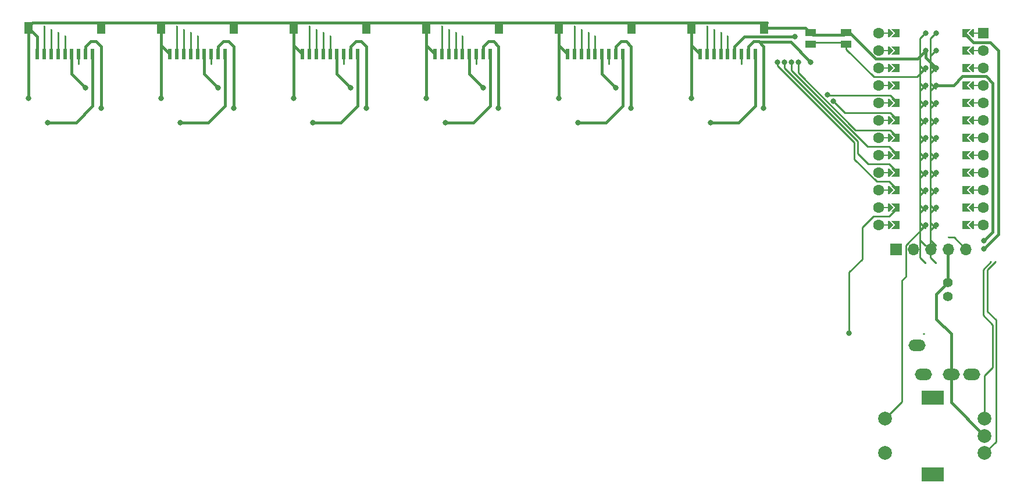
<source format=gbl>
G04 #@! TF.GenerationSoftware,KiCad,Pcbnew,7.0.6-7.0.6~ubuntu20.04.1*
G04 #@! TF.CreationDate,2023-10-06T02:11:43+00:00*
G04 #@! TF.ProjectId,Seismos_CoreL,53656973-6d6f-4735-9f43-6f72654c2e6b,rev?*
G04 #@! TF.SameCoordinates,Original*
G04 #@! TF.FileFunction,Copper,L2,Bot*
G04 #@! TF.FilePolarity,Positive*
%FSLAX46Y46*%
G04 Gerber Fmt 4.6, Leading zero omitted, Abs format (unit mm)*
G04 Created by KiCad (PCBNEW 7.0.6-7.0.6~ubuntu20.04.1) date 2023-10-06 02:11:43*
%MOMM*%
%LPD*%
G01*
G04 APERTURE LIST*
G04 Aperture macros list*
%AMFreePoly0*
4,1,5,0.125000,-0.500000,-0.125000,-0.500000,-0.125000,0.500000,0.125000,0.500000,0.125000,-0.500000,0.125000,-0.500000,$1*%
%AMFreePoly1*
4,1,6,0.600000,0.200000,0.000000,-0.400000,-0.600000,0.200000,-0.600000,0.400000,0.600000,0.400000,0.600000,0.200000,0.600000,0.200000,$1*%
%AMFreePoly2*
4,1,49,0.004652,0.123753,0.008918,0.124682,0.028635,0.117327,0.062500,0.108253,0.068172,0.102580,0.074910,0.100068,0.087486,0.083266,0.108253,0.062500,0.111163,0.051639,0.117119,0.043683,0.118510,0.024217,0.125000,0.000000,0.121245,-0.014013,0.122144,-0.026571,0.113772,-0.041901,0.108253,-0.062500,0.095633,-0.075119,0.088389,-0.088388,-0.641000,-0.817776,-0.641000,-4.770223,
0.088389,-5.499612,0.109711,-5.528094,0.124682,-5.596918,0.100068,-5.662910,0.043683,-5.705119,-0.026571,-5.710144,-0.088388,-5.676389,-0.854388,-4.910388,-0.867764,-4.892519,-0.871157,-4.889580,-0.871926,-4.886960,-0.875710,-4.881906,-0.882285,-4.851677,-0.891000,-4.822000,-0.891000,-0.766000,-0.887823,-0.743906,-0.888144,-0.739429,-0.886835,-0.737032,-0.885937,-0.730783,-0.869209,-0.704755,
-0.854388,-0.677612,-0.088388,0.088389,-0.064427,0.106325,-0.062500,0.108253,-0.061491,0.108523,-0.059906,0.109711,-0.044779,0.113001,0.000000,0.125000,0.004652,0.123753,0.004652,0.123753,$1*%
%AMFreePoly3*
4,1,6,0.600000,-0.250000,-0.600000,-0.250000,-0.600000,1.000000,0.000000,0.400000,0.600000,1.000000,0.600000,-0.250000,0.600000,-0.250000,$1*%
G04 Aperture macros list end*
G04 #@! TA.AperFunction,ComponentPad*
%ADD10C,2.000000*%
G04 #@! TD*
G04 #@! TA.AperFunction,ComponentPad*
%ADD11R,3.200000X2.000000*%
G04 #@! TD*
G04 #@! TA.AperFunction,ComponentPad*
%ADD12O,2.500000X1.700000*%
G04 #@! TD*
G04 #@! TA.AperFunction,ComponentPad*
%ADD13R,1.700000X1.700000*%
G04 #@! TD*
G04 #@! TA.AperFunction,ComponentPad*
%ADD14O,1.700000X1.700000*%
G04 #@! TD*
G04 #@! TA.AperFunction,ComponentPad*
%ADD15C,1.400000*%
G04 #@! TD*
G04 #@! TA.AperFunction,ComponentPad*
%ADD16C,1.600000*%
G04 #@! TD*
G04 #@! TA.AperFunction,ComponentPad*
%ADD17R,1.600000X1.600000*%
G04 #@! TD*
G04 #@! TA.AperFunction,SMDPad,CuDef*
%ADD18FreePoly0,270.000000*%
G04 #@! TD*
G04 #@! TA.AperFunction,SMDPad,CuDef*
%ADD19FreePoly1,270.000000*%
G04 #@! TD*
G04 #@! TA.AperFunction,SMDPad,CuDef*
%ADD20FreePoly1,90.000000*%
G04 #@! TD*
G04 #@! TA.AperFunction,SMDPad,CuDef*
%ADD21FreePoly0,90.000000*%
G04 #@! TD*
G04 #@! TA.AperFunction,SMDPad,CuDef*
%ADD22FreePoly2,270.000000*%
G04 #@! TD*
G04 #@! TA.AperFunction,ComponentPad*
%ADD23C,0.800000*%
G04 #@! TD*
G04 #@! TA.AperFunction,SMDPad,CuDef*
%ADD24FreePoly3,90.000000*%
G04 #@! TD*
G04 #@! TA.AperFunction,SMDPad,CuDef*
%ADD25FreePoly3,270.000000*%
G04 #@! TD*
G04 #@! TA.AperFunction,SMDPad,CuDef*
%ADD26FreePoly2,90.000000*%
G04 #@! TD*
G04 #@! TA.AperFunction,SMDPad,CuDef*
%ADD27R,0.600000X1.550000*%
G04 #@! TD*
G04 #@! TA.AperFunction,SMDPad,CuDef*
%ADD28R,1.200000X1.800000*%
G04 #@! TD*
G04 #@! TA.AperFunction,SMDPad,CuDef*
%ADD29R,1.550000X1.000000*%
G04 #@! TD*
G04 #@! TA.AperFunction,ViaPad*
%ADD30C,0.800000*%
G04 #@! TD*
G04 #@! TA.AperFunction,ViaPad*
%ADD31C,0.300000*%
G04 #@! TD*
G04 #@! TA.AperFunction,Conductor*
%ADD32C,0.381000*%
G04 #@! TD*
G04 #@! TA.AperFunction,Conductor*
%ADD33C,0.254000*%
G04 #@! TD*
G04 APERTURE END LIST*
D10*
X173390000Y-83460000D03*
X173390000Y-78460000D03*
X173390000Y-80960000D03*
D11*
X165890000Y-86560000D03*
X165890000Y-75360000D03*
D10*
X158890000Y-78460000D03*
X158890000Y-83460000D03*
D12*
X164530000Y-71997000D03*
X168530000Y-71997000D03*
X171530000Y-71997000D03*
X163530000Y-67797000D03*
D13*
X160556000Y-53766000D03*
D14*
X163096000Y-53766000D03*
X165636000Y-53766000D03*
X168176000Y-53766000D03*
X170716000Y-53766000D03*
D15*
X168050500Y-58632000D03*
X168050500Y-60632000D03*
D16*
X173256000Y-22286000D03*
D17*
X173256000Y-22286000D03*
D18*
X171986000Y-22286000D03*
D19*
X171478000Y-22286000D03*
D20*
X159794000Y-22286000D03*
D21*
X159286000Y-22286000D03*
D16*
X158016000Y-22286000D03*
X173256000Y-24826000D03*
D18*
X171986000Y-24826000D03*
D19*
X171478000Y-24826000D03*
D20*
X159794000Y-24826000D03*
D21*
X159286000Y-24826000D03*
D16*
X158016000Y-24826000D03*
X173256000Y-27366000D03*
D18*
X171986000Y-27366000D03*
D19*
X171478000Y-27366000D03*
D20*
X159794000Y-27366000D03*
D21*
X159286000Y-27366000D03*
D16*
X158016000Y-27366000D03*
X173256000Y-29906000D03*
D18*
X171986000Y-29906000D03*
D19*
X171478000Y-29906000D03*
D20*
X159794000Y-29906000D03*
D21*
X159286000Y-29906000D03*
D16*
X158016000Y-29906000D03*
X173256000Y-32446000D03*
D18*
X171986000Y-32446000D03*
D19*
X171478000Y-32446000D03*
D20*
X159794000Y-32446000D03*
D21*
X159286000Y-32446000D03*
D16*
X158016000Y-32446000D03*
X173256000Y-34986000D03*
D18*
X171986000Y-34986000D03*
D19*
X171478000Y-34986000D03*
D20*
X159794000Y-34986000D03*
D21*
X159286000Y-34986000D03*
D16*
X158016000Y-34986000D03*
X173256000Y-37526000D03*
D18*
X171986000Y-37526000D03*
D19*
X171478000Y-37526000D03*
D20*
X159794000Y-37526000D03*
D21*
X159286000Y-37526000D03*
D16*
X158016000Y-37526000D03*
X173256000Y-40066000D03*
D18*
X171986000Y-40066000D03*
D19*
X171478000Y-40066000D03*
D20*
X159794000Y-40066000D03*
D21*
X159286000Y-40066000D03*
D16*
X158016000Y-40066000D03*
X173256000Y-42606000D03*
D18*
X171986000Y-42606000D03*
D19*
X171478000Y-42606000D03*
D20*
X159794000Y-42606000D03*
D21*
X159286000Y-42606000D03*
D16*
X158016000Y-42606000D03*
X173256000Y-45146000D03*
D18*
X171986000Y-45146000D03*
D19*
X171478000Y-45146000D03*
D20*
X159794000Y-45146000D03*
D21*
X159286000Y-45146000D03*
D16*
X158016000Y-45146000D03*
X173256000Y-47686000D03*
D18*
X171986000Y-47686000D03*
D19*
X171478000Y-47686000D03*
D20*
X159794000Y-47686000D03*
D21*
X159286000Y-47686000D03*
D16*
X158016000Y-47686000D03*
X173256000Y-50226000D03*
D18*
X171986000Y-50226000D03*
D19*
X171478000Y-50226000D03*
D20*
X159794000Y-50226000D03*
D21*
X159286000Y-50226000D03*
D16*
X158016000Y-50226000D03*
D22*
X166398000Y-22286000D03*
D23*
X166398000Y-22286000D03*
D24*
X160810000Y-22286000D03*
D22*
X166398000Y-24826000D03*
D23*
X166398000Y-24826000D03*
D24*
X160810000Y-24826000D03*
D22*
X166398000Y-27366000D03*
D23*
X166398000Y-27366000D03*
D24*
X160810000Y-27366000D03*
D22*
X166398000Y-29906000D03*
D23*
X166398000Y-29906000D03*
D24*
X160810000Y-29906000D03*
D22*
X166398000Y-32446000D03*
D23*
X166398000Y-32446000D03*
D24*
X160810000Y-32446000D03*
D22*
X166398000Y-34986000D03*
D23*
X166398000Y-34986000D03*
D24*
X160810000Y-34986000D03*
D22*
X166398000Y-37526000D03*
D23*
X166398000Y-37526000D03*
D24*
X160810000Y-37526000D03*
D22*
X166398000Y-40066000D03*
D23*
X166398000Y-40066000D03*
D24*
X160810000Y-40066000D03*
D22*
X166398000Y-42606000D03*
D23*
X166398000Y-42606000D03*
D24*
X160810000Y-42606000D03*
D22*
X166398000Y-45146000D03*
D23*
X166398000Y-45146000D03*
D24*
X160810000Y-45146000D03*
D22*
X166398000Y-47686000D03*
D23*
X166398000Y-47686000D03*
D24*
X160810000Y-47686000D03*
D22*
X166398000Y-50226000D03*
D23*
X166398000Y-50226000D03*
D24*
X160810000Y-50226000D03*
D25*
X170462000Y-50226000D03*
D26*
X164874000Y-50226000D03*
D23*
X164874000Y-50226000D03*
D25*
X170462000Y-47686000D03*
D26*
X164874000Y-47686000D03*
D23*
X164874000Y-47686000D03*
D25*
X170462000Y-45146000D03*
D26*
X164874000Y-45146000D03*
D23*
X164874000Y-45146000D03*
D25*
X170462000Y-42606000D03*
D26*
X164874000Y-42606000D03*
D23*
X164874000Y-42606000D03*
D25*
X170462000Y-40066000D03*
D26*
X164874000Y-40066000D03*
D23*
X164874000Y-40066000D03*
D25*
X170462000Y-37526000D03*
D26*
X164874000Y-37526000D03*
D23*
X164874000Y-37526000D03*
D25*
X170462000Y-34986000D03*
D26*
X164874000Y-34986000D03*
D23*
X164874000Y-34986000D03*
D25*
X170462000Y-32446000D03*
D26*
X164874000Y-32446000D03*
D23*
X164874000Y-32446000D03*
D25*
X170462000Y-29906000D03*
D26*
X164874000Y-29906000D03*
D23*
X164874000Y-29906000D03*
D25*
X170462000Y-27366000D03*
D26*
X164874000Y-27366000D03*
D23*
X164874000Y-27366000D03*
D25*
X170462000Y-24826000D03*
D26*
X164874000Y-24826000D03*
D23*
X164874000Y-24826000D03*
D25*
X170462000Y-22286000D03*
D26*
X164874000Y-22286000D03*
D23*
X164874000Y-22286000D03*
D27*
X35500000Y-25375000D03*
X36500000Y-25375000D03*
X37500000Y-25375000D03*
X38500000Y-25375000D03*
X39500000Y-25375000D03*
X40500000Y-25375000D03*
X41500000Y-25375000D03*
X42500000Y-25375000D03*
X43500000Y-25375000D03*
D28*
X34200000Y-21500000D03*
X44800000Y-21500000D03*
D27*
X54800000Y-25375000D03*
X55800000Y-25375000D03*
X56800000Y-25375000D03*
X57800000Y-25375000D03*
X58800000Y-25375000D03*
X59800000Y-25375000D03*
X60800000Y-25375000D03*
X61800000Y-25375000D03*
X62800000Y-25375000D03*
D28*
X53500000Y-21500000D03*
X64100000Y-21500000D03*
D29*
X153250000Y-23899500D03*
X153250000Y-22199500D03*
X148050000Y-23899500D03*
X148050000Y-22199500D03*
D27*
X132000000Y-25375000D03*
X133000000Y-25375000D03*
X134000000Y-25375000D03*
X135000000Y-25375000D03*
X136000000Y-25375000D03*
X137000000Y-25375000D03*
X138000000Y-25375000D03*
X139000000Y-25375000D03*
X140000000Y-25375000D03*
D28*
X130700000Y-21500000D03*
X141300000Y-21500000D03*
D27*
X93400000Y-25375000D03*
X94400000Y-25375000D03*
X95400000Y-25375000D03*
X96400000Y-25375000D03*
X97400000Y-25375000D03*
X98400000Y-25375000D03*
X99400000Y-25375000D03*
X100400000Y-25375000D03*
X101400000Y-25375000D03*
D28*
X92100000Y-21500000D03*
X102700000Y-21500000D03*
D27*
X74100000Y-25375000D03*
X75100000Y-25375000D03*
X76100000Y-25375000D03*
X77100000Y-25375000D03*
X78100000Y-25375000D03*
X79100000Y-25375000D03*
X80100000Y-25375000D03*
X81100000Y-25375000D03*
X82100000Y-25375000D03*
D28*
X72800000Y-21500000D03*
X83400000Y-21500000D03*
D27*
X112700000Y-25375000D03*
X113700000Y-25375000D03*
X114700000Y-25375000D03*
X115700000Y-25375000D03*
X116700000Y-25375000D03*
X117700000Y-25375000D03*
X118700000Y-25375000D03*
X119700000Y-25375000D03*
X120700000Y-25375000D03*
D28*
X111400000Y-21500000D03*
X122000000Y-21500000D03*
D30*
X130701900Y-31749300D03*
X53501900Y-31749300D03*
X173309500Y-52525500D03*
X111401900Y-31749300D03*
X34201900Y-31749300D03*
X72801900Y-31749300D03*
X92101900Y-31749300D03*
D31*
X36500000Y-21290000D03*
X94400000Y-21290000D03*
X55800000Y-21290000D03*
X113700000Y-21290000D03*
X75100000Y-21290000D03*
X133000000Y-21290000D03*
D30*
X146282509Y-26503500D03*
D31*
X134000000Y-21766500D03*
X56800000Y-21766500D03*
X95400000Y-21766500D03*
D30*
X145283006Y-26503500D03*
D31*
X76100000Y-21766500D03*
X37500000Y-21766500D03*
X114700000Y-21766500D03*
X57800000Y-22243000D03*
X96400000Y-22243000D03*
D30*
X144283503Y-26503500D03*
D31*
X135000000Y-22243000D03*
X115700000Y-22243000D03*
X38500000Y-22243000D03*
X77100000Y-22243000D03*
X97400000Y-22719500D03*
X136000000Y-22719500D03*
X58800000Y-22719500D03*
X39500000Y-22719500D03*
X78100000Y-22719500D03*
D30*
X143284000Y-26503500D03*
D31*
X116700000Y-22719500D03*
D30*
X64050000Y-33250000D03*
X121950000Y-33250000D03*
X83350000Y-33250000D03*
X102650000Y-33250000D03*
X148110000Y-26503500D03*
X141250000Y-33250000D03*
X44750000Y-33250000D03*
X151417714Y-32186286D03*
X150528714Y-31297286D03*
X145824000Y-22794000D03*
D31*
X138000000Y-26750000D03*
X118700000Y-26750000D03*
X99400000Y-26750000D03*
X80100000Y-26750000D03*
X60800000Y-26750000D03*
X41500000Y-26750000D03*
D30*
X173276468Y-53676468D03*
D31*
X175000000Y-55600000D03*
X174363063Y-55563063D03*
D30*
X133500000Y-35300000D03*
X119700000Y-30250000D03*
X114200000Y-35300000D03*
X100400000Y-30250000D03*
X94900000Y-35300000D03*
X81100000Y-30250000D03*
X75600000Y-35300000D03*
X61800000Y-30250000D03*
X56300000Y-35300000D03*
X42500000Y-30250000D03*
X37000000Y-35300000D03*
X153698000Y-65974000D03*
D31*
X168176000Y-52004000D03*
D32*
X35500000Y-25375000D02*
X35500000Y-22800000D01*
X166400000Y-60282500D02*
X168050500Y-58632000D01*
X174600000Y-51235000D02*
X174600000Y-29566378D01*
X130700000Y-31747400D02*
X130701900Y-31749300D01*
X173633622Y-28600000D02*
X170200000Y-28600000D01*
X147350500Y-21500000D02*
X148050000Y-22199500D01*
X34200000Y-31747400D02*
X34201900Y-31749300D01*
X92100000Y-31747400D02*
X92101900Y-31749300D01*
X168530000Y-66047000D02*
X166400000Y-63917000D01*
X72800000Y-31747400D02*
X72801900Y-31749300D01*
X72800000Y-24075000D02*
X72800000Y-21500000D01*
X112700000Y-25375000D02*
X111400000Y-24075000D01*
X130700000Y-24075000D02*
X130700000Y-21500000D01*
X168894000Y-29906000D02*
X166398000Y-29906000D01*
X148390500Y-22540000D02*
X152909500Y-22540000D01*
X132000000Y-25375000D02*
X130700000Y-24075000D01*
X173309500Y-52525500D02*
X174600000Y-51235000D01*
X35500000Y-22800000D02*
X34200000Y-21500000D01*
X53500000Y-21500000D02*
X53500000Y-31747400D01*
X168530000Y-71997000D02*
X168530000Y-66047000D01*
X34750000Y-20750000D02*
X141750000Y-20750000D01*
X173390000Y-80960000D02*
X168530000Y-76100000D01*
X164874000Y-24826000D02*
X164874000Y-25842000D01*
X163683500Y-26016500D02*
X164874000Y-24826000D01*
X34200000Y-21500000D02*
X34200000Y-21300000D01*
X168050500Y-58632000D02*
X168050500Y-53891500D01*
X34200000Y-21300000D02*
X34750000Y-20750000D01*
X74100000Y-25375000D02*
X72800000Y-24075000D01*
X93400000Y-25375000D02*
X92100000Y-24075000D01*
X168530000Y-76100000D02*
X168530000Y-71997000D01*
X53500000Y-31747400D02*
X53501900Y-31749300D01*
X53500000Y-24075000D02*
X53500000Y-21500000D01*
X111400000Y-24075000D02*
X111400000Y-21500000D01*
X54800000Y-25375000D02*
X53500000Y-24075000D01*
X111400000Y-21500000D02*
X111400000Y-31747400D01*
X166400000Y-63917000D02*
X166400000Y-60282500D01*
X153705878Y-22199500D02*
X157522878Y-26016500D01*
X174600000Y-29566378D02*
X173633622Y-28600000D01*
X157522878Y-26016500D02*
X163683500Y-26016500D01*
X170200000Y-28600000D02*
X168894000Y-29906000D01*
X148050000Y-22199500D02*
X148390500Y-22540000D01*
X130700000Y-21500000D02*
X130700000Y-31747400D01*
X92100000Y-21500000D02*
X92100000Y-31747400D01*
X141300000Y-21500000D02*
X147350500Y-21500000D01*
X164874000Y-25842000D02*
X166398000Y-27366000D01*
X152909500Y-22540000D02*
X153250000Y-22199500D01*
X34200000Y-21500000D02*
X34200000Y-31747400D01*
X111400000Y-31747400D02*
X111401900Y-31749300D01*
X72800000Y-21500000D02*
X72800000Y-31747400D01*
X153250000Y-22199500D02*
X153705878Y-22199500D01*
X92100000Y-24075000D02*
X92100000Y-21500000D01*
X168050500Y-53891500D02*
X168176000Y-53766000D01*
D33*
X146282509Y-28078509D02*
X154603000Y-36399000D01*
X154603000Y-36399000D02*
X159683000Y-36399000D01*
X36500000Y-25375000D02*
X36500000Y-21290000D01*
X75100000Y-25375000D02*
X75100000Y-21290000D01*
X159683000Y-36399000D02*
X160810000Y-37526000D01*
X113700000Y-25375000D02*
X113700000Y-21290000D01*
X146282509Y-26503500D02*
X146282509Y-28078509D01*
X133000000Y-25375000D02*
X133000000Y-21290000D01*
X94400000Y-25375000D02*
X94400000Y-21290000D01*
X55800000Y-25375000D02*
X55800000Y-21290000D01*
X114700000Y-25375000D02*
X114700000Y-21766500D01*
X159540000Y-38796000D02*
X160810000Y-40066000D01*
X95400000Y-25375000D02*
X95400000Y-21766500D01*
X56800000Y-25375000D02*
X56800000Y-21766500D01*
X37500000Y-25375000D02*
X37500000Y-21766500D01*
X134000000Y-25375000D02*
X134000000Y-21766500D01*
X145283006Y-27721058D02*
X156357948Y-38796000D01*
X76100000Y-25375000D02*
X76100000Y-21766500D01*
X156357948Y-38796000D02*
X159540000Y-38796000D01*
X145283006Y-26503500D02*
X145283006Y-27721058D01*
X57800000Y-25375000D02*
X57800000Y-22243000D01*
X154968000Y-38048104D02*
X154968000Y-39812000D01*
X144283503Y-27363607D02*
X154968000Y-38048104D01*
X135000000Y-25375000D02*
X135000000Y-22243000D01*
X154968000Y-39812000D02*
X156492000Y-41336000D01*
X77100000Y-25375000D02*
X77100000Y-22243000D01*
X156492000Y-41336000D02*
X159540000Y-41336000D01*
X38500000Y-25375000D02*
X38500000Y-22243000D01*
X115700000Y-25375000D02*
X115700000Y-22243000D01*
X144283503Y-26503500D02*
X144283503Y-27363607D01*
X96400000Y-25375000D02*
X96400000Y-22243000D01*
X159540000Y-41336000D02*
X160810000Y-42606000D01*
X157692181Y-43876000D02*
X159540000Y-43876000D01*
X78100000Y-25375000D02*
X78100000Y-22719500D01*
X58800000Y-25375000D02*
X58800000Y-22719500D01*
X143284000Y-26503500D02*
X143284000Y-27006156D01*
X159540000Y-43876000D02*
X160810000Y-45146000D01*
X143284000Y-27006156D02*
X154460000Y-38182156D01*
X116700000Y-25375000D02*
X116700000Y-22719500D01*
X154460000Y-38182156D02*
X154460000Y-40643819D01*
X154460000Y-40643819D02*
X157692181Y-43876000D01*
X39500000Y-25375000D02*
X39500000Y-22719500D01*
X136000000Y-25375000D02*
X136000000Y-22719500D01*
X97400000Y-25375000D02*
X97400000Y-22719500D01*
D32*
X101150000Y-23500000D02*
X101900000Y-23500000D01*
X64050000Y-24250000D02*
X64050000Y-33250000D01*
X101900000Y-23500000D02*
X102650000Y-24250000D01*
X121950000Y-24250000D02*
X121950000Y-33250000D01*
X81100000Y-25375000D02*
X81100000Y-24250000D01*
X141250000Y-24250000D02*
X141250000Y-33250000D01*
X61800000Y-25375000D02*
X61800000Y-24250000D01*
X145191000Y-23584500D02*
X148110000Y-26503500D01*
X140500000Y-23500000D02*
X140584500Y-23584500D01*
X139000000Y-24250000D02*
X139750000Y-23500000D01*
X62550000Y-23500000D02*
X63300000Y-23500000D01*
X42500000Y-25375000D02*
X42500000Y-24250000D01*
X140500000Y-23500000D02*
X141250000Y-24250000D01*
X140584500Y-23584500D02*
X145191000Y-23584500D01*
X83350000Y-24250000D02*
X83350000Y-33250000D01*
X119700000Y-25375000D02*
X119700000Y-24250000D01*
X82600000Y-23500000D02*
X83350000Y-24250000D01*
X42500000Y-24250000D02*
X43250000Y-23500000D01*
X121200000Y-23500000D02*
X121950000Y-24250000D01*
X44000000Y-23500000D02*
X44750000Y-24250000D01*
X100400000Y-25375000D02*
X100400000Y-24250000D01*
X102650000Y-24250000D02*
X102650000Y-33250000D01*
X63300000Y-23500000D02*
X64050000Y-24250000D01*
X43250000Y-23500000D02*
X44000000Y-23500000D01*
X81850000Y-23500000D02*
X82600000Y-23500000D01*
X119700000Y-24250000D02*
X120450000Y-23500000D01*
X81100000Y-24250000D02*
X81850000Y-23500000D01*
X100400000Y-24250000D02*
X101150000Y-23500000D01*
X139750000Y-23500000D02*
X140500000Y-23500000D01*
X61800000Y-24250000D02*
X62550000Y-23500000D01*
X139000000Y-25375000D02*
X139000000Y-24250000D01*
X120450000Y-23500000D02*
X121200000Y-23500000D01*
X44750000Y-24250000D02*
X44750000Y-33250000D01*
D33*
X159683000Y-33859000D02*
X160810000Y-34986000D01*
X151417714Y-32186286D02*
X153090428Y-33859000D01*
X153090428Y-33859000D02*
X159683000Y-33859000D01*
X150550428Y-31319000D02*
X159683000Y-31319000D01*
X150528714Y-31297286D02*
X150550428Y-31319000D01*
X159683000Y-31319000D02*
X160810000Y-32446000D01*
D32*
X138425000Y-22794000D02*
X145824000Y-22794000D01*
X137000000Y-25375000D02*
X137000000Y-24219000D01*
X137000000Y-24219000D02*
X138425000Y-22794000D01*
D33*
X138000000Y-26750000D02*
X138000000Y-25375000D01*
X118700000Y-26750000D02*
X118700000Y-25375000D01*
X99400000Y-26750000D02*
X99400000Y-25375000D01*
X80100000Y-26750000D02*
X80100000Y-25375000D01*
X60800000Y-26750000D02*
X60800000Y-25375000D01*
X158890000Y-78460000D02*
X161400000Y-75950000D01*
X41500000Y-26750000D02*
X41500000Y-25375000D01*
X161919000Y-53181000D02*
X164874000Y-50226000D01*
X161919000Y-57753000D02*
X161919000Y-53181000D01*
X161400000Y-75950000D02*
X161400000Y-58272000D01*
X161400000Y-58272000D02*
X161919000Y-57753000D01*
D32*
X174235500Y-23635500D02*
X171811500Y-23635500D01*
X175400000Y-24800000D02*
X174235500Y-23635500D01*
X175400000Y-51552936D02*
X175400000Y-24800000D01*
X173276468Y-53676468D02*
X175400000Y-51552936D01*
X171811500Y-23635500D02*
X170462000Y-22286000D01*
D33*
X148050000Y-23899500D02*
X148327000Y-23622500D01*
X153250000Y-23899500D02*
X153250000Y-24653500D01*
X157284500Y-28688000D02*
X163552000Y-28688000D01*
X148327000Y-23622500D02*
X152973000Y-23622500D01*
X152973000Y-23622500D02*
X153250000Y-23899500D01*
X163552000Y-28688000D02*
X164874000Y-27366000D01*
X153250000Y-24653500D02*
X157284500Y-28688000D01*
X173800000Y-56800000D02*
X173800000Y-62854000D01*
X175054000Y-64054000D02*
X175054000Y-81796000D01*
X175054000Y-81796000D02*
X173390000Y-83460000D01*
X173854000Y-62854000D02*
X175054000Y-64054000D01*
X175000000Y-55600000D02*
X173800000Y-56800000D01*
X173800000Y-62854000D02*
X173854000Y-62854000D01*
X174600000Y-64800000D02*
X174600000Y-71000000D01*
X174363063Y-55563063D02*
X173200000Y-56726126D01*
X173200000Y-56726126D02*
X173200000Y-63400000D01*
X173390000Y-72210000D02*
X173390000Y-78460000D01*
X173200000Y-63400000D02*
X174600000Y-64800000D01*
X174600000Y-71000000D02*
X173390000Y-72210000D01*
D32*
X140000000Y-32900000D02*
X137600000Y-35300000D01*
X137600000Y-35300000D02*
X133500000Y-35300000D01*
X140000000Y-25375000D02*
X140000000Y-32900000D01*
X119700000Y-30250000D02*
X117700000Y-28250000D01*
X117700000Y-28250000D02*
X117700000Y-25375000D01*
X120700000Y-25375000D02*
X120700000Y-32900000D01*
X118300000Y-35300000D02*
X114200000Y-35300000D01*
X120700000Y-32900000D02*
X118300000Y-35300000D01*
X98400000Y-28250000D02*
X98400000Y-25375000D01*
X100400000Y-30250000D02*
X98400000Y-28250000D01*
X99000000Y-35300000D02*
X94900000Y-35300000D01*
X101400000Y-32900000D02*
X99000000Y-35300000D01*
X101400000Y-25375000D02*
X101400000Y-32900000D01*
X79100000Y-28250000D02*
X79100000Y-25375000D01*
X81100000Y-30250000D02*
X79100000Y-28250000D01*
X79700000Y-35300000D02*
X75600000Y-35300000D01*
X82100000Y-25375000D02*
X82100000Y-32900000D01*
X82100000Y-32900000D02*
X79700000Y-35300000D01*
X59800000Y-28250000D02*
X59800000Y-25375000D01*
X61800000Y-30250000D02*
X59800000Y-28250000D01*
X62800000Y-25375000D02*
X62800000Y-32900000D01*
X60400000Y-35300000D02*
X56300000Y-35300000D01*
X62800000Y-32900000D02*
X60400000Y-35300000D01*
X40500000Y-28250000D02*
X40500000Y-25375000D01*
X42500000Y-30250000D02*
X40500000Y-28250000D01*
X43500000Y-25375000D02*
X43500000Y-32900000D01*
X43500000Y-32900000D02*
X41100000Y-35300000D01*
X41100000Y-35300000D02*
X37000000Y-35300000D01*
D33*
X164530000Y-66047000D02*
X164557000Y-66074000D01*
X164557000Y-71970000D02*
X164530000Y-71997000D01*
X153698000Y-57102000D02*
X155600000Y-55200000D01*
X159540000Y-48956000D02*
X160810000Y-47686000D01*
X155600000Y-55200000D02*
X155600000Y-50610000D01*
X153698000Y-65974000D02*
X153698000Y-57102000D01*
X155600000Y-50610000D02*
X157254000Y-48956000D01*
X157254000Y-48956000D02*
X159540000Y-48956000D01*
X168176000Y-52004000D02*
X168954000Y-52004000D01*
X168954000Y-52004000D02*
X170716000Y-53766000D01*
M02*

</source>
